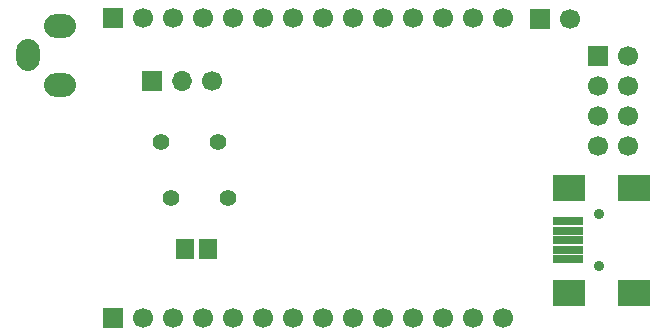
<source format=gbr>
G04 DipTrace 2.3.1.0*
%INBottomMask.gbr*%
%MOMM*%
%ADD34C,0.9*%
%ADD38R,2.7X2.2*%
%ADD40R,2.5X0.7*%
%ADD42O,2.0X2.7*%
%ADD44O,2.7X2.0*%
%ADD46C,1.419*%
%ADD48O,1.71X1.7*%
%ADD50C,1.7*%
%ADD52R,1.7X1.7*%
%ADD66R,1.5X1.7*%
%FSLAX53Y53*%
G04*
G71*
G90*
G75*
G01*
%LNBotMask*%
%LPD*%
D66*
X-14389Y25224D3*
X-12489D3*
D52*
X15685Y44675D3*
D50*
X18225D3*
D52*
X-17200Y39417D3*
D48*
X-14660D3*
D50*
X-12120D3*
D46*
X-15559Y29570D3*
X-10733D3*
X-16392Y34294D3*
X-11566D3*
D44*
X-25018Y39115D3*
Y44115D3*
D42*
X-27718Y41615D3*
D40*
X18032Y27549D3*
Y26748D3*
Y25948D3*
Y25149D3*
Y24349D3*
D38*
X18132Y30399D3*
Y21498D3*
X23632Y30399D3*
Y21498D3*
D34*
X20632Y28149D3*
Y23748D3*
D52*
X20610Y41555D3*
D50*
X23150D3*
X20610Y39015D3*
X23150D3*
X20610Y36475D3*
X23150D3*
X20610Y33935D3*
X23150D3*
D52*
X-20510Y19380D3*
D50*
X-17970D3*
X-15430D3*
X-12890D3*
X-10350D3*
X-7810D3*
X-5270D3*
X-2730D3*
X-190D3*
X2350D3*
X4890D3*
X7430D3*
X9970D3*
X12510D3*
D52*
X-20510Y44779D3*
D50*
X-17970D3*
X-15430D3*
X-12890D3*
X-10350D3*
X-7810D3*
X-5270D3*
X-2730D3*
X-190D3*
X2350D3*
X4890D3*
X7430D3*
X9970D3*
X12510D3*
M02*

</source>
